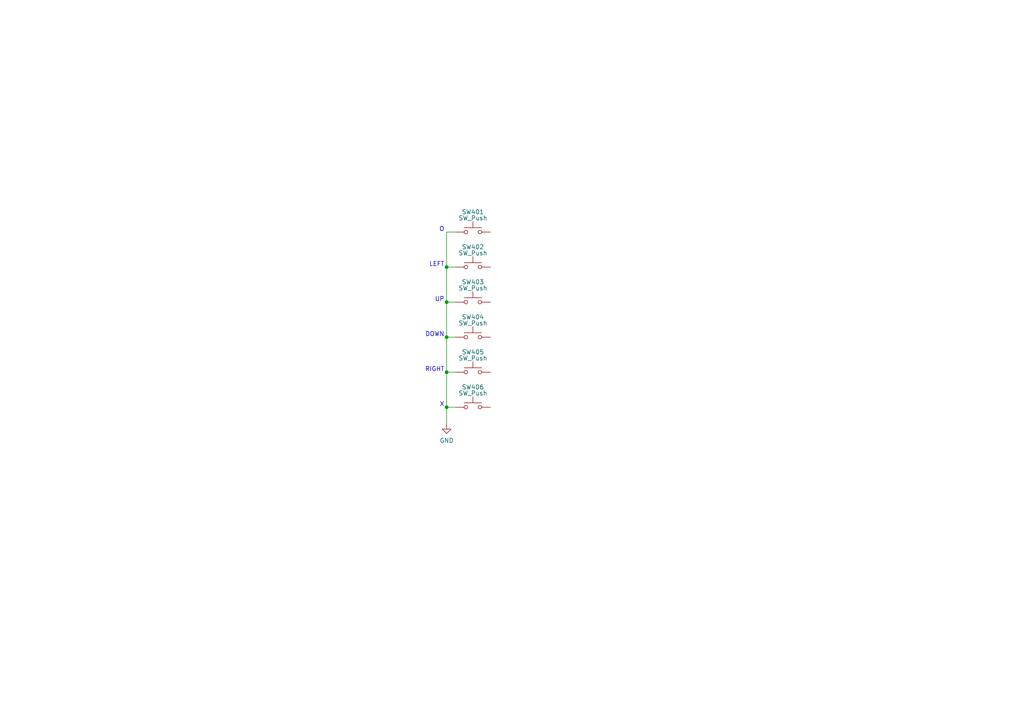
<source format=kicad_sch>
(kicad_sch (version 20231120) (generator "eeschema") (generator_version "8.0")
  (paper "A4")
  (lib_symbols
    (symbol "Switch:SW_Push" (pin_numbers hide) (pin_names (offset 1.016) hide)
      (property "Reference" "SW" (at 1.27 2.54 0))
      (property "Value" "SW_Push" (at 0 -1.524 0))
      (symbol "SW_Push_0_1"
        (circle (center -2.032 0) (radius 0.508))
        (polyline (pts (xy 0 1.27) (xy 0 3.048)))
        (polyline (pts (xy 2.54 1.27) (xy -2.54 1.27)))
        (circle (center 2.032 0) (radius 0.508))
        (pin passive line (at -5.08 0 0) (length 2.54) (name "1") (number "1"))
        (pin passive line (at 5.08 0 180) (length 2.54) (name "2") (number "2"))
      )
    )
    (symbol "power:GND" (power) (pin_numbers hide) (pin_names (offset 0) hide)
      (property "Value" "GND" (at 0 -3.81 0))
      (symbol "GND_0_1"
        (polyline (pts (xy 0 0) (xy 0 -1.27) (xy 1.27 -1.27) (xy 0 -2.54) (xy -1.27 -1.27) (xy 0 -1.27)))
      )
      (symbol "GND_1_1"
        (pin power_in line (at 0 0 270) (length 0) (name "~") (number "1"))
      )
    )
  )
  (junction (at 129.54 97.79))
  (junction (at 129.54 118.11))
  (junction (at 129.54 77.47))
  (junction (at 129.54 87.63))
  (junction (at 129.54 107.95))
  (wire (pts (xy 129.54 97.79) (xy 132.08 97.79)))
  (wire (pts (xy 129.54 87.63) (xy 132.08 87.63)))
  (wire (pts (xy 129.54 77.47) (xy 129.54 87.63)))
  (wire (pts (xy 129.54 77.47) (xy 132.08 77.47)))
  (wire (pts (xy 129.54 97.79) (xy 129.54 107.95)))
  (wire (pts (xy 129.54 107.95) (xy 132.08 107.95)))
  (wire (pts (xy 129.54 118.11) (xy 132.08 118.11)))
  (wire (pts (xy 129.54 67.31) (xy 132.08 67.31)))
  (wire (pts (xy 129.54 67.31) (xy 129.54 77.47)))
  (wire (pts (xy 129.54 87.63) (xy 129.54 97.79)))
  (wire (pts (xy 129.54 107.95) (xy 129.54 118.11)))
  (wire (pts (xy 129.54 123.19) (xy 129.54 118.11)))
  (text "X" (at 128.905 118.11 0) (effects (font (size 1.27 1.27)) (justify right bottom)))
  (text "RIGHT" (at 128.905 107.95 0) (effects (font (size 1.27 1.27)) (justify right bottom)))
  (text "LEFT" (at 128.905 77.47 0) (effects (font (size 1.27 1.27)) (justify right bottom)))
  (text "DOWN" (at 128.905 97.79 0) (effects (font (size 1.27 1.27)) (justify right bottom)))
  (text "O" (at 128.905 67.31 0) (effects (font (size 1.27 1.27)) (justify right bottom)))
  (text "UP" (at 128.905 87.63 0) (effects (font (size 1.27 1.27)) (justify right bottom)))
  (symbol (lib_id "power:GND") (at 129.54 123.19 0) (unit 1)
    (property "Reference" "#PWR0401" (effects (hide yes)))
    (property "Value" "GND" (at 129.54 127.762 0))
    (property "Description" "Power symbol creates a global label with name \"GND\" , ground" (effects (hide yes)))
  )
  (symbol (lib_id "Switch:SW_Push") (at 137.16 107.95 0) (unit 1)
    (property "Reference" "SW405" (at 137.16 102.108 0))
    (property "Value" "SW_Push" (at 137.16 103.886 0))
    (property "Footprint" "Button_Switch_THT:SW_PUSH_6mm" (effects (hide yes)))
    (property "Description" "Push button switch, generic, two pins" (effects (hide yes)))
  )
  (symbol (lib_id "Switch:SW_Push") (at 137.16 118.11 0) (unit 1)
    (property "Reference" "SW406" (at 137.16 112.268 0))
    (property "Value" "SW_Push" (at 137.16 114.046 0))
    (property "Footprint" "Button_Switch_THT:SW_PUSH_6mm" (effects (hide yes)))
    (property "Description" "Push button switch, generic, two pins" (effects (hide yes)))
  )
  (symbol (lib_id "Switch:SW_Push") (at 137.16 87.63 0) (unit 1)
    (property "Reference" "SW403" (at 137.16 81.788 0))
    (property "Value" "SW_Push" (at 137.16 83.566 0))
    (property "Footprint" "Button_Switch_THT:SW_PUSH_6mm" (effects (hide yes)))
    (property "Description" "Push button switch, generic, two pins" (effects (hide yes)))
  )
  (symbol (lib_id "Switch:SW_Push") (at 137.16 97.79 0) (unit 1)
    (property "Reference" "SW404" (at 137.16 91.948 0))
    (property "Value" "SW_Push" (at 137.16 93.726 0))
    (property "Footprint" "Button_Switch_THT:SW_PUSH_6mm" (effects (hide yes)))
    (property "Description" "Push button switch, generic, two pins" (effects (hide yes)))
  )
  (symbol (lib_id "Switch:SW_Push") (at 137.16 67.31 0) (unit 1)
    (property "Reference" "SW401" (at 137.16 61.468 0))
    (property "Value" "SW_Push" (at 137.16 63.246 0))
    (property "Footprint" "Button_Switch_THT:SW_PUSH_6mm" (effects (hide yes)))
    (property "Description" "Push button switch, generic, two pins" (effects (hide yes)))
  )
  (symbol (lib_id "Switch:SW_Push") (at 137.16 77.47 0) (unit 1)
    (property "Reference" "SW402" (at 137.16 71.628 0))
    (property "Value" "SW_Push" (at 137.16 73.406 0))
    (property "Footprint" "Button_Switch_THT:SW_PUSH_6mm" (effects (hide yes)))
    (property "Description" "Push button switch, generic, two pins" (effects (hide yes)))
  )
)
</source>
